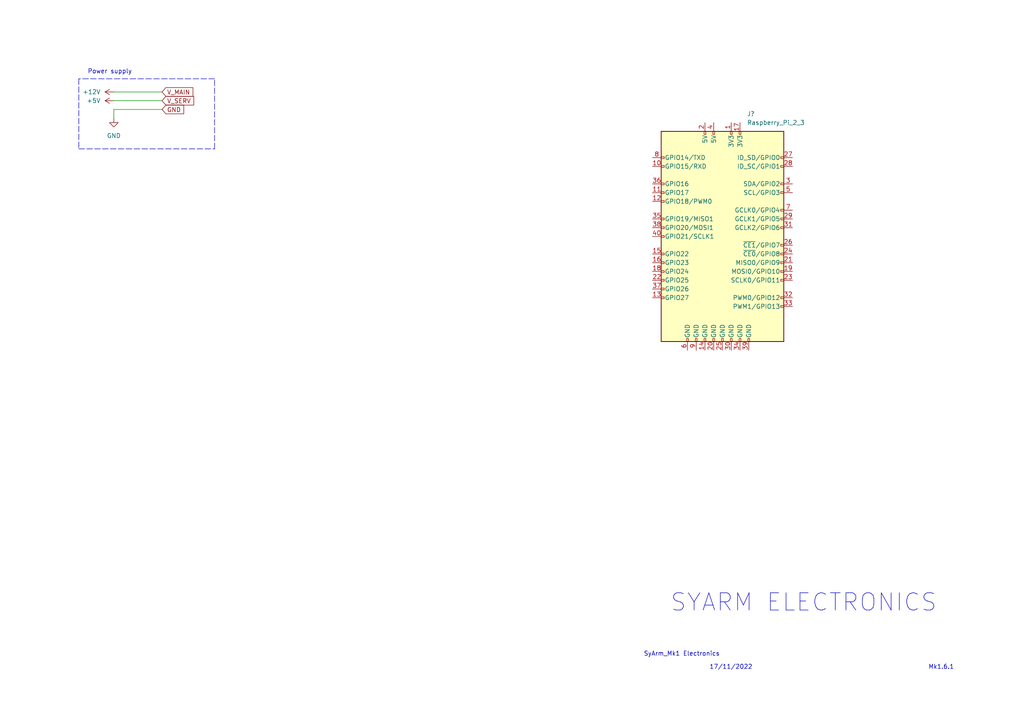
<source format=kicad_sch>
(kicad_sch (version 20211123) (generator eeschema)
  (paper "A4")
  (lib_symbols
    (symbol "Connector:Raspberry_Pi_2_3" (pin_names (offset 1.016))
      (property "Reference" "J" (at -17.78 31.75 0))
      (property "Value" "Raspberry_Pi_2_3" (at 10.16 -31.75 0))
      (symbol "Raspberry_Pi_2_3_0_1"
        (rectangle (start -17.78 30.48) (end 17.78 -30.48) (stroke (width 0.254)) (fill (type background)))
      )
      (symbol "Raspberry_Pi_2_3_1_1"
        (rectangle (start -16.891 -17.526) (end -17.78 -18.034))
        (rectangle (start -16.891 -14.986) (end -17.78 -15.494))
        (rectangle (start -16.891 -12.446) (end -17.78 -12.954))
        (rectangle (start -16.891 -9.906) (end -17.78 -10.414))
        (rectangle (start -16.891 -7.366) (end -17.78 -7.874))
        (rectangle (start -16.891 -4.826) (end -17.78 -5.334))
        (rectangle (start -16.891 0.254) (end -17.78 -0.254))
        (rectangle (start -16.891 2.794) (end -17.78 2.286))
        (rectangle (start -16.891 5.334) (end -17.78 4.826))
        (rectangle (start -16.891 10.414) (end -17.78 9.906))
        (rectangle (start -16.891 12.954) (end -17.78 12.446))
        (rectangle (start -16.891 15.494) (end -17.78 14.986))
        (rectangle (start -16.891 20.574) (end -17.78 20.066))
        (rectangle (start -16.891 23.114) (end -17.78 22.606))
        (rectangle (start -10.414 -29.591) (end -9.906 -30.48))
        (rectangle (start -7.874 -29.591) (end -7.366 -30.48))
        (rectangle (start -5.334 -29.591) (end -4.826 -30.48))
        (rectangle (start -5.334 30.48) (end -4.826 29.591))
        (rectangle (start -2.794 -29.591) (end -2.286 -30.48))
        (rectangle (start -2.794 30.48) (end -2.286 29.591))
        (rectangle (start -0.254 -29.591) (end 0.254 -30.48))
        (rectangle (start 2.286 -29.591) (end 2.794 -30.48))
        (rectangle (start 2.286 30.48) (end 2.794 29.591))
        (rectangle (start 4.826 -29.591) (end 5.334 -30.48))
        (rectangle (start 4.826 30.48) (end 5.334 29.591))
        (rectangle (start 7.366 -29.591) (end 7.874 -30.48))
        (rectangle (start 17.78 -20.066) (end 16.891 -20.574))
        (rectangle (start 17.78 -17.526) (end 16.891 -18.034))
        (rectangle (start 17.78 -12.446) (end 16.891 -12.954))
        (rectangle (start 17.78 -9.906) (end 16.891 -10.414))
        (rectangle (start 17.78 -7.366) (end 16.891 -7.874))
        (rectangle (start 17.78 -4.826) (end 16.891 -5.334))
        (rectangle (start 17.78 -2.286) (end 16.891 -2.794))
        (rectangle (start 17.78 2.794) (end 16.891 2.286))
        (rectangle (start 17.78 5.334) (end 16.891 4.826))
        (rectangle (start 17.78 7.874) (end 16.891 7.366))
        (rectangle (start 17.78 12.954) (end 16.891 12.446))
        (rectangle (start 17.78 15.494) (end 16.891 14.986))
        (rectangle (start 17.78 20.574) (end 16.891 20.066))
        (rectangle (start 17.78 23.114) (end 16.891 22.606))
        (pin power_in line (at 2.54 33.02 270) (length 2.54) (name "3V3") (number "1"))
        (pin bidirectional line (at -20.32 20.32 0) (length 2.54) (name "GPIO15/RXD") (number "10"))
        (pin bidirectional line (at -20.32 12.7 0) (length 2.54) (name "GPIO17") (number "11"))
        (pin bidirectional line (at -20.32 10.16 0) (length 2.54) (name "GPIO18/PWM0") (number "12"))
        (pin bidirectional line (at -20.32 -17.78 0) (length 2.54) (name "GPIO27") (number "13"))
        (pin power_in line (at -5.08 -33.02 90) (length 2.54) (name "GND") (number "14"))
        (pin bidirectional line (at -20.32 -5.08 0) (length 2.54) (name "GPIO22") (number "15"))
        (pin bidirectional line (at -20.32 -7.62 0) (length 2.54) (name "GPIO23") (number "16"))
        (pin power_in line (at 5.08 33.02 270) (length 2.54) (name "3V3") (number "17"))
        (pin bidirectional line (at -20.32 -10.16 0) (length 2.54) (name "GPIO24") (number "18"))
        (pin bidirectional line (at 20.32 -10.16 180) (length 2.54) (name "MOSI0/GPIO10") (number "19"))
        (pin power_in line (at -5.08 33.02 270) (length 2.54) (name "5V") (number "2"))
        (pin power_in line (at -2.54 -33.02 90) (length 2.54) (name "GND") (number "20"))
        (pin bidirectional line (at 20.32 -7.62 180) (length 2.54) (name "MISO0/GPIO9") (number "21"))
        (pin bidirectional line (at -20.32 -12.7 0) (length 2.54) (name "GPIO25") (number "22"))
        (pin bidirectional line (at 20.32 -12.7 180) (length 2.54) (name "SCLK0/GPIO11") (number "23"))
        (pin bidirectional line (at 20.32 -5.08 180) (length 2.54) (name "~{CE0}/GPIO8") (number "24"))
        (pin power_in line (at 0 -33.02 90) (length 2.54) (name "GND") (number "25"))
        (pin bidirectional line (at 20.32 -2.54 180) (length 2.54) (name "~{CE1}/GPIO7") (number "26"))
        (pin bidirectional line (at 20.32 22.86 180) (length 2.54) (name "ID_SD/GPIO0") (number "27"))
        (pin bidirectional line (at 20.32 20.32 180) (length 2.54) (name "ID_SC/GPIO1") (number "28"))
        (pin bidirectional line (at 20.32 5.08 180) (length 2.54) (name "GCLK1/GPIO5") (number "29"))
        (pin bidirectional line (at 20.32 15.24 180) (length 2.54) (name "SDA/GPIO2") (number "3"))
        (pin power_in line (at 2.54 -33.02 90) (length 2.54) (name "GND") (number "30"))
        (pin bidirectional line (at 20.32 2.54 180) (length 2.54) (name "GCLK2/GPIO6") (number "31"))
        (pin bidirectional line (at 20.32 -17.78 180) (length 2.54) (name "PWM0/GPIO12") (number "32"))
        (pin bidirectional line (at 20.32 -20.32 180) (length 2.54) (name "PWM1/GPIO13") (number "33"))
        (pin power_in line (at 5.08 -33.02 90) (length 2.54) (name "GND") (number "34"))
        (pin bidirectional line (at -20.32 5.08 0) (length 2.54) (name "GPIO19/MISO1") (number "35"))
        (pin bidirectional line (at -20.32 15.24 0) (length 2.54) (name "GPIO16") (number "36"))
        (pin bidirectional line (at -20.32 -15.24 0) (length 2.54) (name "GPIO26") (number "37"))
        (pin bidirectional line (at -20.32 2.54 0) (length 2.54) (name "GPIO20/MOSI1") (number "38"))
        (pin power_in line (at 7.62 -33.02 90) (length 2.54) (name "GND") (number "39"))
        (pin power_in line (at -2.54 33.02 270) (length 2.54) (name "5V") (number "4"))
        (pin bidirectional line (at -20.32 0 0) (length 2.54) (name "GPIO21/SCLK1") (number "40"))
        (pin bidirectional line (at 20.32 12.7 180) (length 2.54) (name "SCL/GPIO3") (number "5"))
        (pin power_in line (at -10.16 -33.02 90) (length 2.54) (name "GND") (number "6"))
        (pin bidirectional line (at 20.32 7.62 180) (length 2.54) (name "GCLK0/GPIO4") (number "7"))
        (pin bidirectional line (at -20.32 22.86 0) (length 2.54) (name "GPIO14/TXD") (number "8"))
        (pin power_in line (at -7.62 -33.02 90) (length 2.54) (name "GND") (number "9"))
      )
    )
    (symbol "power:+12V" (power) (pin_names (offset 0))
      (property "Value" "+12V" (at 0 3.556 0))
      (symbol "+12V_0_1"
        (polyline (pts (xy -0.762 1.27) (xy 0 2.54)))
        (polyline (pts (xy 0 0) (xy 0 2.54)))
        (polyline (pts (xy 0 2.54) (xy 0.762 1.27)))
      )
      (symbol "+12V_1_1"
        (pin power_in line (at 0 0 90) (length 0) hide (name "+12V") (number "1"))
      )
    )
    (symbol "power:+5V" (power) (pin_names (offset 0))
      (property "Value" "+5V" (at 0 3.556 0))
      (symbol "+5V_0_1"
        (polyline (pts (xy -0.762 1.27) (xy 0 2.54)))
        (polyline (pts (xy 0 0) (xy 0 2.54)))
        (polyline (pts (xy 0 2.54) (xy 0.762 1.27)))
      )
      (symbol "+5V_1_1"
        (pin power_in line (at 0 0 90) (length 0) hide (name "+5V") (number "1"))
      )
    )
    (symbol "power:GND" (power) (pin_names (offset 0))
      (property "Value" "GND" (at 0 -3.81 0))
      (symbol "GND_0_1"
        (polyline (pts (xy 0 0) (xy 0 -1.27) (xy 1.27 -1.27) (xy 0 -2.54) (xy -1.27 -1.27) (xy 0 -1.27)))
      )
      (symbol "GND_1_1"
        (pin power_in line (at 0 0 270) (length 0) hide (name "GND") (number "1"))
      )
    )
  )
  (wire (pts (xy 33.02 29.21) (xy 46.99 29.21)))
  (polyline (pts (xy 62.23 43.18) (xy 62.23 22.86)))
  (polyline (pts (xy 22.86 43.18) (xy 62.23 43.18)))
  (wire (pts (xy 33.02 31.75) (xy 46.99 31.75)))
  (polyline (pts (xy 22.86 22.86) (xy 22.86 43.18)))
  (polyline (pts (xy 62.23 22.86) (xy 22.86 22.86)))
  (wire (pts (xy 33.02 26.67) (xy 46.99 26.67)))
  (wire (pts (xy 33.02 34.29) (xy 33.02 31.75)))
  (text "Mk1.6.1" (at 269.24 194.31 0) (effects (font (size 1.27 1.27)) (justify left bottom)))
  (text "SYARM ELECTRONICS" (at 194.31 177.8 0) (effects (font (size 5 5)) (justify left bottom)))
  (text "SyArm_Mk1 Electronics" (at 186.69 190.5 0) (effects (font (size 1.27 1.27)) (justify left bottom)))
  (text "17/11/2022" (at 205.74 194.31 0) (effects (font (size 1.27 1.27)) (justify left bottom)))
  (text "Power supply" (at 25.4 21.59 0) (effects (font (size 1.27 1.27)) (justify left bottom)))
  (global_label "V_SERV" (shape input) (at 46.99 29.21 0) (property "Intersheet References" "${INTERSHEET_REFS}" (effects hide)))
  (global_label "V_MAIN" (shape input) (at 46.99 26.67 0) (property "Intersheet References" "${INTERSHEET_REFS}" (effects hide)))
  (global_label "GND" (shape input) (at 46.99 31.75 0) (property "Intersheet References" "${INTERSHEET_REFS}" (effects hide)))
  (symbol (lib_id "power:+5V") (at 33.02 29.21 90) (unit 1)
    (property "Reference" "#PWR?" (effects hide))
    (property "Value" "+5V" (at 29.21 29.2099 90) (effects (justify left)))
  )
  (symbol (lib_id "power:+12V") (at 33.02 26.67 90) (unit 1)
    (property "Reference" "#PWR?" (effects hide))
    (property "Value" "+12V" (at 29.21 26.6699 90) (effects (justify left)))
  )
  (symbol (lib_id "Connector:Raspberry_Pi_2_3") (at 209.55 68.58 0) (unit 1)
    (property "Reference" "J?" (at 216.6494 33.02 0) (effects (justify left)))
    (property "Value" "Raspberry_Pi_2_3" (at 216.6494 35.56 0) (effects (justify left)))
    (property "Datasheet" "https://www.raspberrypi.org/documentation/hardware/raspberrypi/schematics/rpi_SCH_3bplus_1p0_reduced.pdf" (effects hide))
  )
  (symbol (lib_id "power:GND") (at 33.02 34.29 0) (unit 1)
    (property "Reference" "#PWR?" (effects hide))
    (property "Value" "GND" (at 33.02 39.37 0))
  )
)
</source>
